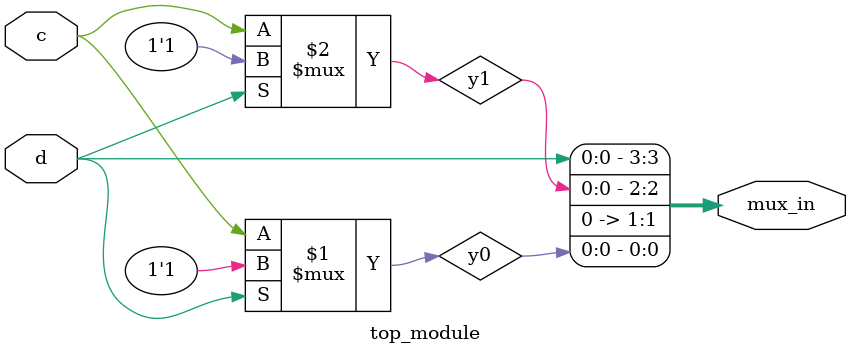
<source format=sv>
module top_module (
    input c,
    input d,
    output [3:0] mux_in
);

    // Intermediate wires for the 2-to-1 multiplexers
    wire y0, y1;

    // 2-to-1 multiplexer for mux_in[0]
    assign y0 = d ? 1'b1 : c;
    assign mux_in[0] = y0;
    
    // 2-to-1 multiplexer for mux_in[1]
    assign mux_in[1] = 1'b0;

    // 2-to-1 multiplexer for mux_in[2]
    assign y1 = d ? 1'b1 : c;
    assign mux_in[2] = y1;

    // 2-to-1 multiplexer for mux_in[3]
    assign mux_in[3] = d;

endmodule

</source>
